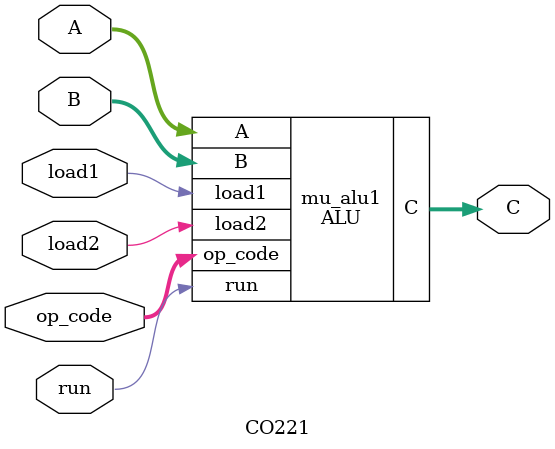
<source format=v>
module srlatch(q,nq,s,r); //srlatch
	input s,r;
	output q,nq;

	nand nand1(q,s,nq);
	nand nand2(nq,r,q);

endmodule

module my_dlatch(Q,nQ,D,En); //D-Latch

	input D,En;
	output Q,nQ;

	wire nD,nand1_out,nand2_out;
	
	nand nand1(nand1_out,D,En);
	not not1(nD,D);
	nand nand2(nand2_out,nD,En);
	srlatch sr1(Q,nQ,nand1_out,nand2_out);
	
endmodule
	
module my_Dff(Q,D,clk); //D-Flip Flop

	input D,clk;
	output Q;
	wire nQ;
	
	wire nclk,Dlatch_out,nDlatch_out;
	
	my_dlatch Dlatch1(Dlatch_out,nDlatch_out,D,clk);
	not not1(nclk,clk);
	my_dlatch Dlatch2(Q,nQ,Dlatch_out,nclk);
	
endmodule

module shift(y,x1,x0,s); //shift cell

	input x1,x0,s;
	output y;
	wire ns,and1_out,and0_out;
	
	not (ns,s);
	and and1(and1_out,s,x1);
	and and2(and0_out,ns,x0);
	or or1(y,and0_out,and1_out);
	
endmodule

module register(q3,q2,q1,q0,p3,p2,p1,p0,clk); // register

	input p3,p2,p1,p0,clk;
	output q3,q2,q1,q0;
	
	my_Dff dff3(q3,p3,clk);
	my_Dff dff2(q2,p2,clk);
	my_Dff dff1(q1,p1,clk);
	my_Dff dff0(q0,p0,clk);
	
endmodule

module shift1Bit(y2,y1,y0,x2,x1,x0,clk); // Shift one bit right

	input x0,x1,x2,clk;
	output y0,y1,y2;
	wire t0,t1,t2,dc;
	
	register register1(t2,t1,t0,dc,x2,x1,x0,1'b0,clk);
	
	shift shift2(y2,t0,t2,1'b1);
	shift shift1(y1,t2,t1,1'b1);
	shift shift0(y0,t1,t0,1'b1);
	
endmodule

//adder
module halfAdder(S,C,A,B); //Half Adder

	input A,B;
	output S,C;
	
	xor xor1(S,A,B);
	and and1(C,A,B);
	
endmodule

module fullAdder(SUM,CO,CI,P,Q); //Full adder using Half adder
	
	input CI,P,Q;
	output SUM,CO;
	wire adder1_out,co1_out,co2_out;
	
	halfAdder halfAdder1(adder1_out,co1_out,P,Q);
	halfAdder halfAdder2(SUM,co2_out,CI,adder1_out);
	or or1(CO,co1_out,co2_out);

endmodule

module Adder3bit(z0,z1,z2,x0,x1,x2,y0,y1,y2,loadA,loadB); // Three bit full adder

	input x0,x1,x2,y0,y1,y2,loadA,loadB;
	output z0,z1,z2;
	wire c1,c2,c3,A0,A1,A2,B0,B1,B2,dc;
	
	register registerA(dc,A2,A1,A0,1'b0,x2,x1,x0,loadA);
	register registerB(dc,B2,B1,B0,1'b0,y2,y1,y0,loadB);
	
	fullAdder fullAdder0(z0,c1,A0,B0,1'b0);
	fullAdder fullAdder1(z1,c2,A1,B1,c1);
	fullAdder fullAdder2(z2,c3,A2,B2,c2);

endmodule

module ALU(C,A,B,load1,load2,op_code,run);

	input [2:0] A,B;
	input load1,load2,run;
	input [3:0] op_code;
	
	output [2:0] C;
	
	wire [2:0] z,s,zOut,sOut;
	wire [3:0] code_re,nCode;
	
	Adder3bit Adder3bit1(z[0],z[1],z[2],A[0],A[1],A[2],B[0],B[1],B[2],load1,load2);
	shift1Bit shift1Bit1(s[0],s[1],s[2],A[0],A[1],A[2],load1);
	
	register register1(code_re[0],code_re[1],code_re[2],code_re[3],op_code[0],op_code[1],op_code[2],op_code[3],run);
	
	not not0(nCode[0],code_re[0]);
	not not1(nCode[1],code_re[1]);
	not not2(nCode[2],code_re[2]);
	not not3(nCode[3],code_re[3]);
	
	and and0(zOut[0],z[0],nCode[0],nCode[1],nCode[2],nCode[3]);
	and and1(zOut[1],z[1],nCode[0],nCode[1],nCode[2],nCode[3]);
	and and2(zOut[2],z[2],nCode[0],nCode[1],nCode[2],nCode[3]);
	
	and and3(sOut[0],s[0],code_re[3],nCode[2],code_re[1],nCode[0]);
	and and4(sOut[1],s[1],code_re[3],nCode[2],code_re[1],nCode[0]);
	and and5(sOut[2],s[2],code_re[3],nCode[2],code_re[1],nCode[0]);
	
	or or0(C[0],zOut[0],sOut[2]);
	or or1(C[1],zOut[1],sOut[0]);
	or or2(C[2],zOut[2],sOut[1]);

endmodule

module CO221(C,A,B,load1,load2,op_code,run);

	input [2:0] A,B;
	input load1,load2,run;
	output [2:0] C; 
	input [3:0] op_code;


	ALU mu_alu1(C,A,B,load1,load2,op_code,run);

endmodule

</source>
